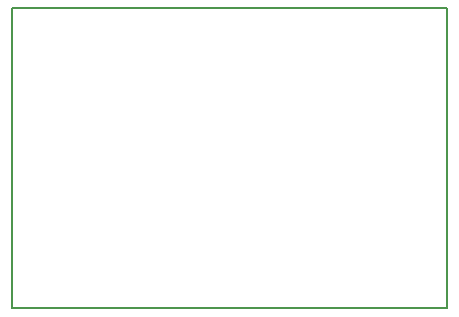
<source format=gbr>
G04 #@! TF.GenerationSoftware,KiCad,Pcbnew,(5.0.1)-3*
G04 #@! TF.CreationDate,2019-07-12T23:00:33+01:00*
G04 #@! TF.ProjectId,UsbToSerial,557362546F53657269616C2E6B696361,rev?*
G04 #@! TF.SameCoordinates,Original*
G04 #@! TF.FileFunction,Profile,NP*
%FSLAX46Y46*%
G04 Gerber Fmt 4.6, Leading zero omitted, Abs format (unit mm)*
G04 Created by KiCad (PCBNEW (5.0.1)-3) date 12/07/2019 23:00:33*
%MOMM*%
%LPD*%
G01*
G04 APERTURE LIST*
%ADD10C,0.200000*%
G04 APERTURE END LIST*
D10*
X76835000Y-92710000D02*
X76835000Y-67310000D01*
X113665000Y-92710000D02*
X76835000Y-92710000D01*
X113665000Y-67310000D02*
X113665000Y-92710000D01*
X76835000Y-67310000D02*
X113665000Y-67310000D01*
M02*

</source>
